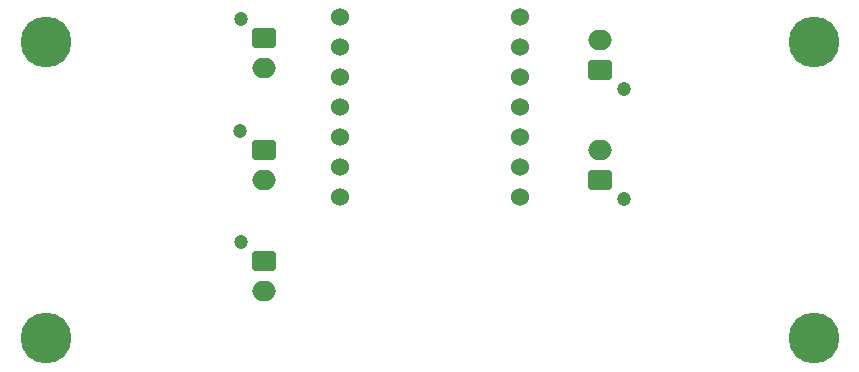
<source format=gbs>
G04 #@! TF.GenerationSoftware,KiCad,Pcbnew,9.0.0-9.0.0-2~ubuntu24.04.1*
G04 #@! TF.CreationDate,2025-03-14T16:09:43-04:00*
G04 #@! TF.ProjectId,RiftBox,52696674-426f-4782-9e6b-696361645f70,rev?*
G04 #@! TF.SameCoordinates,Original*
G04 #@! TF.FileFunction,Soldermask,Bot*
G04 #@! TF.FilePolarity,Negative*
%FSLAX46Y46*%
G04 Gerber Fmt 4.6, Leading zero omitted, Abs format (unit mm)*
G04 Created by KiCad (PCBNEW 9.0.0-9.0.0-2~ubuntu24.04.1) date 2025-03-14 16:09:43*
%MOMM*%
%LPD*%
G01*
G04 APERTURE LIST*
G04 Aperture macros list*
%AMRoundRect*
0 Rectangle with rounded corners*
0 $1 Rounding radius*
0 $2 $3 $4 $5 $6 $7 $8 $9 X,Y pos of 4 corners*
0 Add a 4 corners polygon primitive as box body*
4,1,4,$2,$3,$4,$5,$6,$7,$8,$9,$2,$3,0*
0 Add four circle primitives for the rounded corners*
1,1,$1+$1,$2,$3*
1,1,$1+$1,$4,$5*
1,1,$1+$1,$6,$7*
1,1,$1+$1,$8,$9*
0 Add four rect primitives between the rounded corners*
20,1,$1+$1,$2,$3,$4,$5,0*
20,1,$1+$1,$4,$5,$6,$7,0*
20,1,$1+$1,$6,$7,$8,$9,0*
20,1,$1+$1,$8,$9,$2,$3,0*%
G04 Aperture macros list end*
%ADD10C,4.300000*%
%ADD11O,2.000000X1.700000*%
%ADD12RoundRect,0.250000X-0.750000X0.600000X-0.750000X-0.600000X0.750000X-0.600000X0.750000X0.600000X0*%
%ADD13C,1.200000*%
%ADD14RoundRect,0.250000X0.750000X-0.600000X0.750000X0.600000X-0.750000X0.600000X-0.750000X-0.600000X0*%
%ADD15C,1.524000*%
G04 APERTURE END LIST*
D10*
X130000000Y-80000000D03*
D11*
X148500000Y-76040000D03*
D12*
X148500000Y-73500000D03*
D13*
X146500000Y-71900000D03*
X146480000Y-53020000D03*
D12*
X148480000Y-54620000D03*
D11*
X148480000Y-57160000D03*
D13*
X146455000Y-62480000D03*
D12*
X148455000Y-64080000D03*
D11*
X148455000Y-66620000D03*
D13*
X178930000Y-58970000D03*
D14*
X176930000Y-57370000D03*
D11*
X176930000Y-54830000D03*
D13*
X178955000Y-68260000D03*
D14*
X176955000Y-66660000D03*
D11*
X176955000Y-64120000D03*
D10*
X195000000Y-80000000D03*
X195000000Y-55000000D03*
X130000000Y-55000000D03*
D15*
X170120000Y-52880000D03*
X170120000Y-55420000D03*
X170120000Y-57960000D03*
X170120000Y-60500000D03*
X170120000Y-63040000D03*
X170120000Y-65580000D03*
X170120000Y-68120000D03*
X154880000Y-68120000D03*
X154880000Y-65580000D03*
X154880000Y-63040000D03*
X154880000Y-60500000D03*
X154880000Y-57960000D03*
X154880000Y-55420000D03*
X154880000Y-52880000D03*
M02*

</source>
